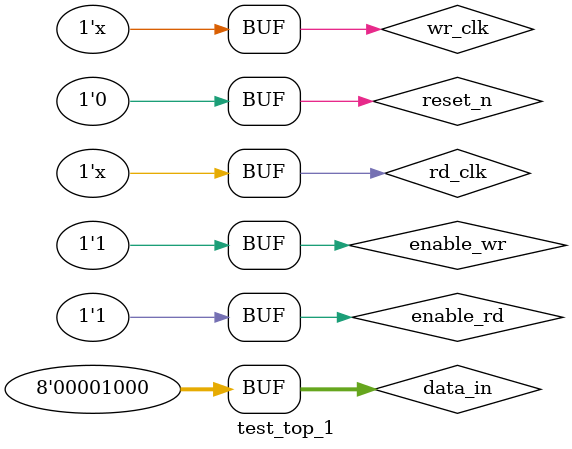
<source format=v>
`timescale 1ns / 1ps


module test_top_1;

	// Inputs
	reg wr_clk;
	reg rd_clk;
	reg [7:0] data_in;
	reg reset_n;
	reg enable_wr;
	reg enable_rd;

	// Outputs
	wire [7:0] data_out;
	wire f_empty;
	wire f_full;
	wire f_almost_full;
	wire f_almost_empty;
	wire f_half;
	wire f_healthy;

	// Instantiate the Unit Under Test (UUT)
	fifo_top_1 uut (
		.wr_clk(wr_clk), 
		.rd_clk(rd_clk), 
		.data_in(data_in), 
		.data_out(data_out), 
		.reset_n(reset_n), 
		.f_empty(f_empty), 
		.f_full(f_full), 
		.f_almost_full(f_almost_full), 
		.f_almost_empty(f_almost_empty), 
		.f_half(f_half), 
		.f_healthy(f_healthy), 
		.enable_wr(enable_wr), 
		.enable_rd(enable_rd)
	);


// clocks
	always # 5 wr_clk = ~ wr_clk;
	always # 15.15 rd_clk = ~ rd_clk;
	
	initial begin
		// Initialize Inputs
		wr_clk = 0;
		rd_clk = 0;
		
		data_in = 8'b0000_1010;
		reset_n = 0;
		enable_wr = 0;
		enable_rd = 0;
		#30;
		
		data_in = 8'b0000_1010;
		reset_n = 1;
		enable_wr = 0;
		enable_rd = 0;
		#30;
		
		
		data_in = 8'b0000_1010;
		reset_n = 1;
		enable_wr = 1;
		enable_rd = 1;
		#10;
		
		data_in = 8'b0001_0000;
		reset_n = 1;

		#15;
		
		data_in = 8'b0100_0001;
		reset_n = 1;

		#15;
		
		data_in = 8'b0001_0011;
		reset_n = 1;

		#15;
		
		data_in = 8'b1010_1010;
		reset_n = 1;

		#15;
		
		data_in = 8'b1010_1010;
		reset_n = 1;
		#15;
		
		data_in = 8'b1011_1011;
		reset_n = 1;
		#15;
		
		data_in = 8'b1111_1111;
		reset_n = 1;
		#15;
		
		data_in = 8'b0000_0111;  // full
		reset_n = 1;
		#15;

data_in = 8'b0000_1000;
		reset_n = 0;
		enable_wr = 1;
		enable_rd = 1;
		#10;

	end
      
endmodule


</source>
